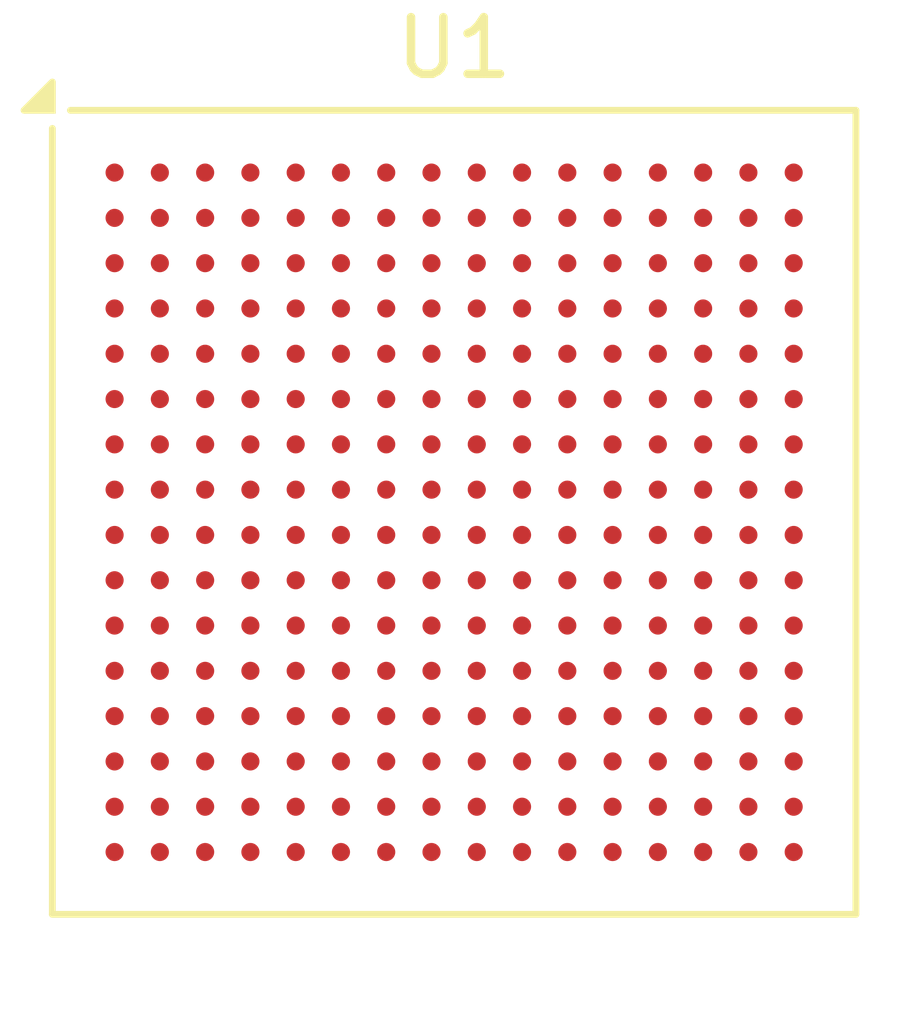
<source format=kicad_pcb>
(kicad_pcb (version 20240108) (generator "pcbnew") (generator_version "8.0")
  (layers (0 "F.Cu" signal) (31 "B.Cu" signal) (34 "B.Paste" user) (35 "F.Paste" user) (36 "B.SilkS" user "B.Silkscreen") (37 "F.SilkS" user "F.Silkscreen") (38 "B.Mask" user) (39 "F.Mask" user) (44 "Edge.Cuts" user))
  (net 0 "")
  (net 231 "GND")
  (net 232 "Net-(U1D-PR23B)")
  (net 233 "Net-(U1D-PR26B)")
  (footprint "Package_BGA:BGA-256_14.0x14.0mm_Layout16x16_P0.8mm_Ball0.45mm_Pad0.32mm_NSMD" (layer "F.Cu") (at 142.5 97.71)
    (property "Reference" "U1" (at 0 -8.2 0) (layer "F.SilkS"))
    (property "Value" "LFMXO5-25")
    (fp_line (start -7.1 -6.78) (end -7.1 7.1) (stroke (width 0.12)) (layer "F.SilkS"))
    (fp_line (start -7.1 7.1) (end 7.1 7.1) (stroke (width 0.12)) (layer "F.SilkS"))
    (fp_line (start 7.1 -7.1) (end -6.78 -7.1) (stroke (width 0.12)) (layer "F.SilkS"))
    (fp_line (start 7.1 7.1) (end 7.1 -7.1) (stroke (width 0.12)) (layer "F.SilkS"))
    (fp_poly (pts (xy -7.1 -7.1) (xy -7.6 -7.1) (xy -7.1 -7.6) (xy -7.1 -7.1)) (stroke (width 0.12)) (fill solid) (layer "F.SilkS"))
    (pad "A1" smd circle (at -6 -6) (size 0.32 0.32) (property pad_prop_bga) (layers "F.Cu" "F.Paste" "F.Mask") (net 231 "GND"))
    (pad "A2" smd circle (at -5.2 -6) (size 0.32 0.32) (property pad_prop_bga) (layers "F.Cu" "F.Paste" "F.Mask"))
    (pad "A3" smd circle (at -4.4 -6) (size 0.32 0.32) (property pad_prop_bga) (layers "F.Cu" "F.Paste" "F.Mask"))
    (pad "A4" smd circle (at -3.6 -6) (size 0.32 0.32) (property pad_prop_bga) (layers "F.Cu" "F.Paste" "F.Mask"))
    (pad "A5" smd circle (at -2.8 -6) (size 0.32 0.32) (property pad_prop_bga) (layers "F.Cu" "F.Paste" "F.Mask"))
    (pad "A6" smd circle (at -2 -6) (size 0.32 0.32) (property pad_prop_bga) (layers "F.Cu" "F.Paste" "F.Mask"))
    (pad "A7" smd circle (at -1.2 -6) (size 0.32 0.32) (property pad_prop_bga) (layers "F.Cu" "F.Paste" "F.Mask"))
    (pad "A8" smd circle (at -0.4 -6) (size 0.32 0.32) (property pad_prop_bga) (layers "F.Cu" "F.Paste" "F.Mask"))
    (pad "A9" smd circle (at 0.4 -6) (size 0.32 0.32) (property pad_prop_bga) (layers "F.Cu" "F.Paste" "F.Mask"))
    (pad "A10" smd circle (at 1.2 -6) (size 0.32 0.32) (property pad_prop_bga) (layers "F.Cu" "F.Paste" "F.Mask"))
    (pad "A11" smd circle (at 2 -6) (size 0.32 0.32) (property pad_prop_bga) (layers "F.Cu" "F.Paste" "F.Mask"))
    (pad "A12" smd circle (at 2.8 -6) (size 0.32 0.32) (property pad_prop_bga) (layers "F.Cu" "F.Paste" "F.Mask"))
    (pad "A13" smd circle (at 3.6 -6) (size 0.32 0.32) (property pad_prop_bga) (layers "F.Cu" "F.Paste" "F.Mask"))
    (pad "A14" smd circle (at 4.4 -6) (size 0.32 0.32) (property pad_prop_bga) (layers "F.Cu" "F.Paste" "F.Mask"))
    (pad "A15" smd circle (at 5.2 -6) (size 0.32 0.32) (property pad_prop_bga) (layers "F.Cu" "F.Paste" "F.Mask"))
    (pad "A16" smd circle (at 6 -6) (size 0.32 0.32) (property pad_prop_bga) (layers "F.Cu" "F.Paste" "F.Mask") (net 231 "GND"))
    (pad "B1" smd circle (at -6 -5.2) (size 0.32 0.32) (property pad_prop_bga) (layers "F.Cu" "F.Paste" "F.Mask"))
    (pad "B2" smd circle (at -5.2 -5.2) (size 0.32 0.32) (property pad_prop_bga) (layers "F.Cu" "F.Paste" "F.Mask"))
    (pad "B3" smd circle (at -4.4 -5.2) (size 0.32 0.32) (property pad_prop_bga) (layers "F.Cu" "F.Paste" "F.Mask"))
    (pad "B4" smd circle (at -3.6 -5.2) (size 0.32 0.32) (property pad_prop_bga) (layers "F.Cu" "F.Paste" "F.Mask"))
    (pad "B5" smd circle (at -2.8 -5.2) (size 0.32 0.32) (property pad_prop_bga) (layers "F.Cu" "F.Paste" "F.Mask"))
    (pad "B6" smd circle (at -2 -5.2) (size 0.32 0.32) (property pad_prop_bga) (layers "F.Cu" "F.Paste" "F.Mask"))
    (pad "B7" smd circle (at -1.2 -5.2) (size 0.32 0.32) (property pad_prop_bga) (layers "F.Cu" "F.Paste" "F.Mask"))
    (pad "B8" smd circle (at -0.4 -5.2) (size 0.32 0.32) (property pad_prop_bga) (layers "F.Cu" "F.Paste" "F.Mask"))
    (pad "B9" smd circle (at 0.4 -5.2) (size 0.32 0.32) (property pad_prop_bga) (layers "F.Cu" "F.Paste" "F.Mask"))
    (pad "B10" smd circle (at 1.2 -5.2) (size 0.32 0.32) (property pad_prop_bga) (layers "F.Cu" "F.Paste" "F.Mask"))
    (pad "B11" smd circle (at 2 -5.2) (size 0.32 0.32) (property pad_prop_bga) (layers "F.Cu" "F.Paste" "F.Mask"))
    (pad "B12" smd circle (at 2.8 -5.2) (size 0.32 0.32) (property pad_prop_bga) (layers "F.Cu" "F.Paste" "F.Mask"))
    (pad "B13" smd circle (at 3.6 -5.2) (size 0.32 0.32) (property pad_prop_bga) (layers "F.Cu" "F.Paste" "F.Mask"))
    (pad "B14" smd circle (at 4.4 -5.2) (size 0.32 0.32) (property pad_prop_bga) (layers "F.Cu" "F.Paste" "F.Mask"))
    (pad "B15" smd circle (at 5.2 -5.2) (size 0.32 0.32) (property pad_prop_bga) (layers "F.Cu" "F.Paste" "F.Mask"))
    (pad "B16" smd circle (at 6 -5.2) (size 0.32 0.32) (property pad_prop_bga) (layers "F.Cu" "F.Paste" "F.Mask"))
    (pad "C1" smd circle (at -6 -4.4) (size 0.32 0.32) (property pad_prop_bga) (layers "F.Cu" "F.Paste" "F.Mask"))
    (pad "C2" smd circle (at -5.2 -4.4) (size 0.32 0.32) (property pad_prop_bga) (layers "F.Cu" "F.Paste" "F.Mask"))
    (pad "C3" smd circle (at -4.4 -4.4) (size 0.32 0.32) (property pad_prop_bga) (layers "F.Cu" "F.Paste" "F.Mask"))
    (pad "C4" smd circle (at -3.6 -4.4) (size 0.32 0.32) (property pad_prop_bga) (layers "F.Cu" "F.Paste" "F.Mask"))
    (pad "C5" smd circle (at -2.8 -4.4) (size 0.32 0.32) (property pad_prop_bga) (layers "F.Cu" "F.Paste" "F.Mask"))
    (pad "C6" smd circle (at -2 -4.4) (size 0.32 0.32) (property pad_prop_bga) (layers "F.Cu" "F.Paste" "F.Mask"))
    (pad "C7" smd circle (at -1.2 -4.4) (size 0.32 0.32) (property pad_prop_bga) (layers "F.Cu" "F.Paste" "F.Mask"))
    (pad "C8" smd circle (at -0.4 -4.4) (size 0.32 0.32) (property pad_prop_bga) (layers "F.Cu" "F.Paste" "F.Mask"))
    (pad "C9" smd circle (at 0.4 -4.4) (size 0.32 0.32) (property pad_prop_bga) (layers "F.Cu" "F.Paste" "F.Mask"))
    (pad "C10" smd circle (at 1.2 -4.4) (size 0.32 0.32) (property pad_prop_bga) (layers "F.Cu" "F.Paste" "F.Mask"))
    (pad "C11" smd circle (at 2 -4.4) (size 0.32 0.32) (property pad_prop_bga) (layers "F.Cu" "F.Paste" "F.Mask"))
    (pad "C12" smd circle (at 2.8 -4.4) (size 0.32 0.32) (property pad_prop_bga) (layers "F.Cu" "F.Paste" "F.Mask"))
    (pad "C13" smd circle (at 3.6 -4.4) (size 0.32 0.32) (property pad_prop_bga) (layers "F.Cu" "F.Paste" "F.Mask"))
    (pad "C14" smd circle (at 4.4 -4.4) (size 0.32 0.32) (property pad_prop_bga) (layers "F.Cu" "F.Paste" "F.Mask"))
    (pad "C15" smd circle (at 5.2 -4.4) (size 0.32 0.32) (property pad_prop_bga) (layers "F.Cu" "F.Paste" "F.Mask"))
    (pad "C16" smd circle (at 6 -4.4) (size 0.32 0.32) (property pad_prop_bga) (layers "F.Cu" "F.Paste" "F.Mask"))
    (pad "D1" smd circle (at -6 -3.6) (size 0.32 0.32) (property pad_prop_bga) (layers "F.Cu" "F.Paste" "F.Mask"))
    (pad "D2" smd circle (at -5.2 -3.6) (size 0.32 0.32) (property pad_prop_bga) (layers "F.Cu" "F.Paste" "F.Mask"))
    (pad "D3" smd circle (at -4.4 -3.6) (size 0.32 0.32) (property pad_prop_bga) (layers "F.Cu" "F.Paste" "F.Mask"))
    (pad "D4" smd circle (at -3.6 -3.6) (size 0.32 0.32) (property pad_prop_bga) (layers "F.Cu" "F.Paste" "F.Mask") (net 231 "GND"))
    (pad "D5" smd circle (at -2.8 -3.6) (size 0.32 0.32) (property pad_prop_bga) (layers "F.Cu" "F.Paste" "F.Mask"))
    (pad "D6" smd circle (at -2 -3.6) (size 0.32 0.32) (property pad_prop_bga) (layers "F.Cu" "F.Paste" "F.Mask"))
    (pad "D7" smd circle (at -1.2 -3.6) (size 0.32 0.32) (property pad_prop_bga) (layers "F.Cu" "F.Paste" "F.Mask") (net 231 "GND"))
    (pad "D8" smd circle (at -0.4 -3.6) (size 0.32 0.32) (property pad_prop_bga) (layers "F.Cu" "F.Paste" "F.Mask"))
    (pad "D9" smd circle (at 0.4 -3.6) (size 0.32 0.32) (property pad_prop_bga) (layers "F.Cu" "F.Paste" "F.Mask"))
    (pad "D10" smd circle (at 1.2 -3.6) (size 0.32 0.32) (property pad_prop_bga) (layers "F.Cu" "F.Paste" "F.Mask") (net 231 "GND"))
    (pad "D11" smd circle (at 2 -3.6) (size 0.32 0.32) (property pad_prop_bga) (layers "F.Cu" "F.Paste" "F.Mask"))
    (pad "D12" smd circle (at 2.8 -3.6) (size 0.32 0.32) (property pad_prop_bga) (layers "F.Cu" "F.Paste" "F.Mask"))
    (pad "D13" smd circle (at 3.6 -3.6) (size 0.32 0.32) (property pad_prop_bga) (layers "F.Cu" "F.Paste" "F.Mask") (net 231 "GND"))
    (pad "D14" smd circle (at 4.4 -3.6) (size 0.32 0.32) (property pad_prop_bga) (layers "F.Cu" "F.Paste" "F.Mask"))
    (pad "D15" smd circle (at 5.2 -3.6) (size 0.32 0.32) (property pad_prop_bga) (layers "F.Cu" "F.Paste" "F.Mask"))
    (pad "D16" smd circle (at 6 -3.6) (size 0.32 0.32) (property pad_prop_bga) (layers "F.Cu" "F.Paste" "F.Mask"))
    (pad "E1" smd circle (at -6 -2.8) (size 0.32 0.32) (property pad_prop_bga) (layers "F.Cu" "F.Paste" "F.Mask"))
    (pad "E2" smd circle (at -5.2 -2.8) (size 0.32 0.32) (property pad_prop_bga) (layers "F.Cu" "F.Paste" "F.Mask"))
    (pad "E3" smd circle (at -4.4 -2.8) (size 0.32 0.32) (property pad_prop_bga) (layers "F.Cu" "F.Paste" "F.Mask"))
    (pad "E4" smd circle (at -3.6 -2.8) (size 0.32 0.32) (property pad_prop_bga) (layers "F.Cu" "F.Paste" "F.Mask"))
    (pad "E5" smd circle (at -2.8 -2.8) (size 0.32 0.32) (property pad_prop_bga) (layers "F.Cu" "F.Paste" "F.Mask"))
    (pad "E6" smd circle (at -2 -2.8) (size 0.32 0.32) (property pad_prop_bga) (layers "F.Cu" "F.Paste" "F.Mask"))
    (pad "E7" smd circle (at -1.2 -2.8) (size 0.32 0.32) (property pad_prop_bga) (layers "F.Cu" "F.Paste" "F.Mask"))
    (pad "E8" smd circle (at -0.4 -2.8) (size 0.32 0.32) (property pad_prop_bga) (layers "F.Cu" "F.Paste" "F.Mask"))
    (pad "E9" smd circle (at 0.4 -2.8) (size 0.32 0.32) (property pad_prop_bga) (layers "F.Cu" "F.Paste" "F.Mask"))
    (pad "E10" smd circle (at 1.2 -2.8) (size 0.32 0.32) (property pad_prop_bga) (layers "F.Cu" "F.Paste" "F.Mask"))
    (pad "E11" smd circle (at 2 -2.8) (size 0.32 0.32) (property pad_prop_bga) (layers "F.Cu" "F.Paste" "F.Mask"))
    (pad "E12" smd circle (at 2.8 -2.8) (size 0.32 0.32) (property pad_prop_bga) (layers "F.Cu" "F.Paste" "F.Mask"))
    (pad "E13" smd circle (at 3.6 -2.8) (size 0.32 0.32) (property pad_prop_bga) (layers "F.Cu" "F.Paste" "F.Mask"))
    (pad "E14" smd circle (at 4.4 -2.8) (size 0.32 0.32) (property pad_prop_bga) (layers "F.Cu" "F.Paste" "F.Mask"))
    (pad "E15" smd circle (at 5.2 -2.8) (size 0.32 0.32) (property pad_prop_bga) (layers "F.Cu" "F.Paste" "F.Mask"))
    (pad "E16" smd circle (at 6 -2.8) (size 0.32 0.32) (property pad_prop_bga) (layers "F.Cu" "F.Paste" "F.Mask"))
    (pad "F1" smd circle (at -6 -2) (size 0.32 0.32) (property pad_prop_bga) (layers "F.Cu" "F.Paste" "F.Mask"))
    (pad "F2" smd circle (at -5.2 -2) (size 0.32 0.32) (property pad_prop_bga) (layers "F.Cu" "F.Paste" "F.Mask"))
    (pad "F3" smd circle (at -4.4 -2) (size 0.32 0.32) (property pad_prop_bga) (layers "F.Cu" "F.Paste" "F.Mask") (net 231 "GND"))
    (pad "F4" smd circle (at -3.6 -2) (size 0.32 0.32) (property pad_prop_bga) (layers "F.Cu" "F.Paste" "F.Mask"))
    (pad "F5" smd circle (at -2.8 -2) (size 0.32 0.32) (property pad_prop_bga) (layers "F.Cu" "F.Paste" "F.Mask"))
    (pad "F6" smd circle (at -2 -2) (size 0.32 0.32) (property pad_prop_bga) (layers "F.Cu" "F.Paste" "F.Mask"))
    (pad "F7" smd circle (at -1.2 -2) (size 0.32 0.32) (property pad_prop_bga) (layers "F.Cu" "F.Paste" "F.Mask"))
    (pad "F8" smd circle (at -0.4 -2) (size 0.32 0.32) (property pad_prop_bga) (layers "F.Cu" "F.Paste" "F.Mask"))
    (pad "F9" smd circle (at 0.4 -2) (size 0.32 0.32) (property pad_prop_bga) (layers "F.Cu" "F.Paste" "F.Mask"))
    (pad "F10" smd circle (at 1.2 -2) (size 0.32 0.32) (property pad_prop_bga) (layers "F.Cu" "F.Paste" "F.Mask"))
    (pad "F11" smd circle (at 2 -2) (size 0.32 0.32) (property pad_prop_bga) (layers "F.Cu" "F.Paste" "F.Mask"))
    (pad "F12" smd circle (at 2.8 -2) (size 0.32 0.32) (property pad_prop_bga) (layers "F.Cu" "F.Paste" "F.Mask"))
    (pad "F13" smd circle (at 3.6 -2) (size 0.32 0.32) (property pad_prop_bga) (layers "F.Cu" "F.Paste" "F.Mask"))
    (pad "F14" smd circle (at 4.4 -2) (size 0.32 0.32) (property pad_prop_bga) (layers "F.Cu" "F.Paste" "F.Mask") (net 231 "GND"))
    (pad "F15" smd circle (at 5.2 -2) (size 0.32 0.32) (property pad_prop_bga) (layers "F.Cu" "F.Paste" "F.Mask"))
    (pad "F16" smd circle (at 6 -2) (size 0.32 0.32) (property pad_prop_bga) (layers "F.Cu" "F.Paste" "F.Mask"))
    (pad "G1" smd circle (at -6 -1.2) (size 0.32 0.32) (property pad_prop_bga) (layers "F.Cu" "F.Paste" "F.Mask"))
    (pad "G2" smd circle (at -5.2 -1.2) (size 0.32 0.32) (property pad_prop_bga) (layers "F.Cu" "F.Paste" "F.Mask"))
    (pad "G3" smd circle (at -4.4 -1.2) (size 0.32 0.32) (property pad_prop_bga) (layers "F.Cu" "F.Paste" "F.Mask"))
    (pad "G4" smd circle (at -3.6 -1.2) (size 0.32 0.32) (property pad_prop_bga) (layers "F.Cu" "F.Paste" "F.Mask") (net 231 "GND"))
    (pad "G5" smd circle (at -2.8 -1.2) (size 0.32 0.32) (property pad_prop_bga) (layers "F.Cu" "F.Paste" "F.Mask"))
    (pad "G6" smd circle (at -2 -1.2) (size 0.32 0.32) (property pad_prop_bga) (layers "F.Cu" "F.Paste" "F.Mask"))
    (pad "G7" smd circle (at -1.2 -1.2) (size 0.32 0.32) (property pad_prop_bga) (layers "F.Cu" "F.Paste" "F.Mask"))
    (pad "G8" smd circle (at -0.4 -1.2) (size 0.32 0.32) (property pad_prop_bga) (layers "F.Cu" "F.Paste" "F.Mask"))
    (pad "G9" smd circle (at 0.4 -1.2) (size 0.32 0.32) (property pad_prop_bga) (layers "F.Cu" "F.Paste" "F.Mask"))
    (pad "G10" smd circle (at 1.2 -1.2) (size 0.32 0.32) (property pad_prop_bga) (layers "F.Cu" "F.Paste" "F.Mask"))
    (pad "G11" smd circle (at 2 -1.2) (size 0.32 0.32) (property pad_prop_bga) (layers "F.Cu" "F.Paste" "F.Mask"))
    (pad "G12" smd circle (at 2.8 -1.2) (size 0.32 0.32) (property pad_prop_bga) (layers "F.Cu" "F.Paste" "F.Mask"))
    (pad "G13" smd circle (at 3.6 -1.2) (size 0.32 0.32) (property pad_prop_bga) (layers "F.Cu" "F.Paste" "F.Mask"))
    (pad "G14" smd circle (at 4.4 -1.2) (size 0.32 0.32) (property pad_prop_bga) (layers "F.Cu" "F.Paste" "F.Mask"))
    (pad "G15" smd circle (at 5.2 -1.2) (size 0.32 0.32) (property pad_prop_bga) (layers "F.Cu" "F.Paste" "F.Mask") (net 231 "GND"))
    (pad "G16" smd circle (at 6 -1.2) (size 0.32 0.32) (property pad_prop_bga) (layers "F.Cu" "F.Paste" "F.Mask"))
    (pad "H1" smd circle (at -6 -0.4) (size 0.32 0.32) (property pad_prop_bga) (layers "F.Cu" "F.Paste" "F.Mask"))
    (pad "H2" smd circle (at -5.2 -0.4) (size 0.32 0.32) (property pad_prop_bga) (layers "F.Cu" "F.Paste" "F.Mask"))
    (pad "H3" smd circle (at -4.4 -0.4) (size 0.32 0.32) (property pad_prop_bga) (layers "F.Cu" "F.Paste" "F.Mask"))
    (pad "H4" smd circle (at -3.6 -0.4) (size 0.32 0.32) (property pad_prop_bga) (layers "F.Cu" "F.Paste" "F.Mask"))
    (pad "H5" smd circle (at -2.8 -0.4) (size 0.32 0.32) (property pad_prop_bga) (layers "F.Cu" "F.Paste" "F.Mask"))
    (pad "H6" smd circle (at -2 -0.4) (size 0.32 0.32) (property pad_prop_bga) (layers "F.Cu" "F.Paste" "F.Mask"))
    (pad "H7" smd circle (at -1.2 -0.4) (size 0.32 0.32) (property pad_prop_bga) (layers "F.Cu" "F.Paste" "F.Mask"))
    (pad "H8" smd circle (at -0.4 -0.4) (size 0.32 0.32) (property pad_prop_bga) (layers "F.Cu" "F.Paste" "F.Mask") (net 231 "GND"))
    (pad "H9" smd circle (at 0.4 -0.4) (size 0.32 0.32) (property pad_prop_bga) (layers "F.Cu" "F.Paste" "F.Mask"))
    (pad "H10" smd circle (at 1.2 -0.4) (size 0.32 0.32) (property pad_prop_bga) (layers "F.Cu" "F.Paste" "F.Mask"))
    (pad "H11" smd circle (at 2 -0.4) (size 0.32 0.32) (property pad_prop_bga) (layers "F.Cu" "F.Paste" "F.Mask"))
    (pad "H12" smd circle (at 2.8 -0.4) (size 0.32 0.32) (property pad_prop_bga) (layers "F.Cu" "F.Paste" "F.Mask"))
    (pad "H13" smd circle (at 3.6 -0.4) (size 0.32 0.32) (property pad_prop_bga) (layers "F.Cu" "F.Paste" "F.Mask"))
    (pad "H14" smd circle (at 4.4 -0.4) (size 0.32 0.32) (property pad_prop_bga) (layers "F.Cu" "F.Paste" "F.Mask"))
    (pad "H15" smd circle (at 5.2 -0.4) (size 0.32 0.32) (property pad_prop_bga) (layers "F.Cu" "F.Paste" "F.Mask"))
    (pad "H16" smd circle (at 6 -0.4) (size 0.32 0.32) (property pad_prop_bga) (layers "F.Cu" "F.Paste" "F.Mask"))
    (pad "J1" smd circle (at -6 0.4) (size 0.32 0.32) (property pad_prop_bga) (layers "F.Cu" "F.Paste" "F.Mask"))
    (pad "J2" smd circle (at -5.2 0.4) (size 0.32 0.32) (property pad_prop_bga) (layers "F.Cu" "F.Paste" "F.Mask"))
    (pad "J3" smd circle (at -4.4 0.4) (size 0.32 0.32) (property pad_prop_bga) (layers "F.Cu" "F.Paste" "F.Mask"))
    (pad "J4" smd circle (at -3.6 0.4) (size 0.32 0.32) (property pad_prop_bga) (layers "F.Cu" "F.Paste" "F.Mask"))
    (pad "J5" smd circle (at -2.8 0.4) (size 0.32 0.32) (property pad_prop_bga) (layers "F.Cu" "F.Paste" "F.Mask"))
    (pad "J6" smd circle (at -2 0.4) (size 0.32 0.32) (property pad_prop_bga) (layers "F.Cu" "F.Paste" "F.Mask"))
    (pad "J7" smd circle (at -1.2 0.4) (size 0.32 0.32) (property pad_prop_bga) (layers "F.Cu" "F.Paste" "F.Mask") (net 231 "GND"))
    (pad "J8" smd circle (at -0.4 0.4) (size 0.32 0.32) (property pad_prop_bga) (layers "F.Cu" "F.Paste" "F.Mask") (net 231 "GND"))
    (pad "J9" smd circle (at 0.4 0.4) (size 0.32 0.32) (property pad_prop_bga) (layers "F.Cu" "F.Paste" "F.Mask"))
    (pad "J10" smd circle (at 1.2 0.4) (size 0.32 0.32) (property pad_prop_bga) (layers "F.Cu" "F.Paste" "F.Mask") (net 233 "Net-(U1D-PR26B)"))
    (pad "J11" smd circle (at 2 0.4) (size 0.32 0.32) (property pad_prop_bga) (layers "F.Cu" "F.Paste" "F.Mask"))
    (pad "J12" smd circle (at 2.8 0.4) (size 0.32 0.32) (property pad_prop_bga) (layers "F.Cu" "F.Paste" "F.Mask"))
    (pad "J13" smd circle (at 3.6 0.4) (size 0.32 0.32) (property pad_prop_bga) (layers "F.Cu" "F.Paste" "F.Mask") (net 232 "Net-(U1D-PR23B)"))
    (pad "J14" smd circle (at 4.4 0.4) (size 0.32 0.32) (property pad_prop_bga) (layers "F.Cu" "F.Paste" "F.Mask"))
    (pad "J15" smd circle (at 5.2 0.4) (size 0.32 0.32) (property pad_prop_bga) (layers "F.Cu" "F.Paste" "F.Mask"))
    (pad "J16" smd circle (at 6 0.4) (size 0.32 0.32) (property pad_prop_bga) (layers "F.Cu" "F.Paste" "F.Mask") (net 232 "Net-(U1D-PR23B)"))
    (pad "K1" smd circle (at -6 1.2) (size 0.32 0.32) (property pad_prop_bga) (layers "F.Cu" "F.Paste" "F.Mask"))
    (pad "K2" smd circle (at -5.2 1.2) (size 0.32 0.32) (property pad_prop_bga) (layers "F.Cu" "F.Paste" "F.Mask"))
    (pad "K3" smd circle (at -4.4 1.2) (size 0.32 0.32) (property pad_prop_bga) (layers "F.Cu" "F.Paste" "F.Mask"))
    (pad "K4" smd circle (at -3.6 1.2) (size 0.32 0.32) (property pad_prop_bga) (layers "F.Cu" "F.Paste" "F.Mask") (net 231 "GND"))
    (pad "K5" smd circle (at -2.8 1.2) (size 0.32 0.32) (property pad_prop_bga) (layers "F.Cu" "F.Paste" "F.Mask"))
    (pad "K6" smd circle (at -2 1.2) (size 0.32 0.32) (property pad_prop_bga) (layers "F.Cu" "F.Paste" "F.Mask"))
    (pad "K7" smd circle (at -1.2 1.2) (size 0.32 0.32) (property pad_prop_bga) (layers "F.Cu" "F.Paste" "F.Mask"))
    (pad "K8" smd circle (at -0.4 1.2) (size 0.32 0.32) (property pad_prop_bga) (layers "F.Cu" "F.Paste" "F.Mask"))
    (pad "K9" smd circle (at 0.4 1.2) (size 0.32 0.32) (property pad_prop_bga) (layers "F.Cu" "F.Paste" "F.Mask"))
    (pad "K10" smd circle (at 1.2 1.2) (size 0.32 0.32) (property pad_prop_bga) (layers "F.Cu" "F.Paste" "F.Mask"))
    (pad "K11" smd circle (at 2 1.2) (size 0.32 0.32) (property pad_prop_bga) (layers "F.Cu" "F.Paste" "F.Mask") (net 233 "Net-(U1D-PR26B)"))
    (pad "K12" smd circle (at 2.8 1.2) (size 0.32 0.32) (property pad_prop_bga) (layers "F.Cu" "F.Paste" "F.Mask"))
    (pad "K13" smd circle (at 3.6 1.2) (size 0.32 0.32) (property pad_prop_bga) (layers "F.Cu" "F.Paste" "F.Mask") (net 231 "GND"))
    (pad "K14" smd circle (at 4.4 1.2) (size 0.32 0.32) (property pad_prop_bga) (layers "F.Cu" "F.Paste" "F.Mask"))
    (pad "K15" smd circle (at 5.2 1.2) (size 0.32 0.32) (property pad_prop_bga) (layers "F.Cu" "F.Paste" "F.Mask"))
    (pad "K16" smd circle (at 6 1.2) (size 0.32 0.32) (property pad_prop_bga) (layers "F.Cu" "F.Paste" "F.Mask"))
    (pad "L1" smd circle (at -6 2) (size 0.32 0.32) (property pad_prop_bga) (layers "F.Cu" "F.Paste" "F.Mask"))
    (pad "L2" smd circle (at -5.2 2) (size 0.32 0.32) (property pad_prop_bga) (layers "F.Cu" "F.Paste" "F.Mask"))
    (pad "L3" smd circle (at -4.4 2) (size 0.32 0.32) (property pad_prop_bga) (layers "F.Cu" "F.Paste" "F.Mask"))
    (pad "L4" smd circle (at -3.6 2) (size 0.32 0.32) (property pad_prop_bga) (layers "F.Cu" "F.Paste" "F.Mask"))
    (pad "L5" smd circle (at -2.8 2) (size 0.32 0.32) (property pad_prop_bga) (layers "F.Cu" "F.Paste" "F.Mask"))
    (pad "L6" smd circle (at -2 2) (size 0.32 0.32) (property pad_prop_bga) (layers "F.Cu" "F.Paste" "F.Mask"))
    (pad "L7" smd circle (at -1.2 2) (size 0.32 0.32) (property pad_prop_bga) (layers "F.Cu" "F.Paste" "F.Mask"))
    (pad "L8" smd circle (at -0.4 2) (size 0.32 0.32) (property pad_prop_bga) (layers "F.Cu" "F.Paste" "F.Mask"))
    (pad "L9" smd circle (at 0.4 2) (size 0.32 0.32) (property pad_prop_bga) (layers "F.Cu" "F.Paste" "F.Mask"))
    (pad "L10" smd circle (at 1.2 2) (size 0.32 0.32) (property pad_prop_bga) (layers "F.Cu" "F.Paste" "F.Mask"))
    (pad "L11" smd circle (at 2 2) (size 0.32 0.32) (property pad_prop_bga) (layers "F.Cu" "F.Paste" "F.Mask"))
    (pad "L12" smd circle (at 2.8 2) (size 0.32 0.32) (property pad_prop_bga) (layers "F.Cu" "F.Paste" "F.Mask"))
    (pad "L13" smd circle (at 3.6 2) (size 0.32 0.32) (property pad_prop_bga) (layers "F.Cu" "F.Paste" "F.Mask"))
    (pad "L14" smd circle (at 4.4 2) (size 0.32 0.32) (property pad_prop_bga) (layers "F.Cu" "F.Paste" "F.Mask"))
    (pad "L15" smd circle (at 5.2 2) (size 0.32 0.32) (property pad_prop_bga) (layers "F.Cu" "F.Paste" "F.Mask"))
    (pad "L16" smd circle (at 6 2) (size 0.32 0.32) (property pad_prop_bga) (layers "F.Cu" "F.Paste" "F.Mask"))
    (pad "M1" smd circle (at -6 2.8) (size 0.32 0.32) (property pad_prop_bga) (layers "F.Cu" "F.Paste" "F.Mask"))
    (pad "M2" smd circle (at -5.2 2.8) (size 0.32 0.32) (property pad_prop_bga) (layers "F.Cu" "F.Paste" "F.Mask"))
    (pad "M3" smd circle (at -4.4 2.8) (size 0.32 0.32) (property pad_prop_bga) (layers "F.Cu" "F.Paste" "F.Mask"))
    (pad "M4" smd circle (at -3.6 2.8) (size 0.32 0.32) (property pad_prop_bga) (layers "F.Cu" "F.Paste" "F.Mask"))
    (pad "M5" smd circle (at -2.8 2.8) (size 0.32 0.32) (property pad_prop_bga) (layers "F.Cu" "F.Paste" "F.Mask"))
    (pad "M6" smd circle (at -2 2.8) (size 0.32 0.32) (property pad_prop_bga) (layers "F.Cu" "F.Paste" "F.Mask"))
    (pad "M7" smd circle (at -1.2 2.8) (size 0.32 0.32) (property pad_prop_bga) (layers "F.Cu" "F.Paste" "F.Mask"))
    (pad "M8" smd circle (at -0.4 2.8) (size 0.32 0.32) (property pad_prop_bga) (layers "F.Cu" "F.Paste" "F.Mask"))
    (pad "M9" smd circle (at 0.4 2.8) (size 0.32 0.32) (property pad_prop_bga) (layers "F.Cu" "F.Paste" "F.Mask"))
    (pad "M10" smd circle (at 1.2 2.8) (size 0.32 0.32) (property pad_prop_bga) (layers "F.Cu" "F.Paste" "F.Mask"))
    (pad "M11" smd circle (at 2 2.8) (size 0.32 0.32) (property pad_prop_bga) (layers "F.Cu" "F.Paste" "F.Mask"))
    (pad "M12" smd circle (at 2.8 2.8) (size 0.32 0.32) (property pad_prop_bga) (layers "F.Cu" "F.Paste" "F.Mask"))
    (pad "M13" smd circle (at 3.6 2.8) (size 0.32 0.32) (property pad_prop_bga) (layers "F.Cu" "F.Paste" "F.Mask"))
    (pad "M14" smd circle (at 4.4 2.8) (size 0.32 0.32) (property pad_prop_bga) (layers "F.Cu" "F.Paste" "F.Mask"))
    (pad "M15" smd circle (at 5.2 2.8) (size 0.32 0.32) (property pad_prop_bga) (layers "F.Cu" "F.Paste" "F.Mask"))
    (pad "M16" smd circle (at 6 2.8) (size 0.32 0.32) (property pad_prop_bga) (layers "F.Cu" "F.Paste" "F.Mask"))
    (pad "N1" smd circle (at -6 3.6) (size 0.32 0.32) (property pad_prop_bga) (layers "F.Cu" "F.Paste" "F.Mask"))
    (pad "N2" smd circle (at -5.2 3.6) (size 0.32 0.32) (property pad_prop_bga) (layers "F.Cu" "F.Paste" "F.Mask"))
    (pad "N3" smd circle (at -4.4 3.6) (size 0.32 0.32) (property pad_prop_bga) (layers "F.Cu" "F.Paste" "F.Mask"))
    (pad "N4" smd circle (at -3.6 3.6) (size 0.32 0.32) (property pad_prop_bga) (layers "F.Cu" "F.Paste" "F.Mask") (net 231 "GND"))
    (pad "N5" smd circle (at -2.8 3.6) (size 0.32 0.32) (property pad_prop_bga) (layers "F.Cu" "F.Paste" "F.Mask"))
    (pad "N6" smd circle (at -2 3.6) (size 0.32 0.32) (property pad_prop_bga) (layers "F.Cu" "F.Paste" "F.Mask") (net 231 "GND"))
    (pad "N7" smd circle (at -1.2 3.6) (size 0.32 0.32) (property pad_prop_bga) (layers "F.Cu" "F.Paste" "F.Mask"))
    (pad "N8" smd circle (at -0.4 3.6) (size 0.32 0.32) (property pad_prop_bga) (layers "F.Cu" "F.Paste" "F.Mask"))
    (pad "N9" smd circle (at 0.4 3.6) (size 0.32 0.32) (property pad_prop_bga) (layers "F.Cu" "F.Paste" "F.Mask"))
    (pad "N10" smd circle (at 1.2 3.6) (size 0.32 0.32) (property pad_prop_bga) (layers "F.Cu" "F.Paste" "F.Mask") (net 231 "GND"))
    (pad "N11" smd circle (at 2 3.6) (size 0.32 0.32) (property pad_prop_bga) (layers "F.Cu" "F.Paste" "F.Mask"))
    (pad "N12" smd circle (at 2.8 3.6) (size 0.32 0.32) (property pad_prop_bga) (layers "F.Cu" "F.Paste" "F.Mask") (net 231 "GND"))
    (pad "N13" smd circle (at 3.6 3.6) (size 0.32 0.32) (property pad_prop_bga) (layers "F.Cu" "F.Paste" "F.Mask"))
    (pad "N14" smd circle (at 4.4 3.6) (size 0.32 0.32) (property pad_prop_bga) (layers "F.Cu" "F.Paste" "F.Mask"))
    (pad "N15" smd circle (at 5.2 3.6) (size 0.32 0.32) (property pad_prop_bga) (layers "F.Cu" "F.Paste" "F.Mask"))
    (pad "N16" smd circle (at 6 3.6) (size 0.32 0.32) (property pad_prop_bga) (layers "F.Cu" "F.Paste" "F.Mask"))
    (pad "P1" smd circle (at -6 4.4) (size 0.32 0.32) (property pad_prop_bga) (layers "F.Cu" "F.Paste" "F.Mask"))
    (pad "P2" smd circle (at -5.2 4.4) (size 0.32 0.32) (property pad_prop_bga) (layers "F.Cu" "F.Paste" "F.Mask"))
    (pad "P3" smd circle (at -4.4 4.4) (size 0.32 0.32) (property pad_prop_bga) (layers "F.Cu" "F.Paste" "F.Mask"))
    (pad "P4" smd circle (at -3.6 4.4) (size 0.32 0.32) (property pad_prop_bga) (layers "F.Cu" "F.Paste" "F.Mask"))
    (pad "P5" smd circle (at -2.8 4.4) (size 0.32 0.32) (property pad_prop_bga) (layers "F.Cu" "F.Paste" "F.Mask"))
    (pad "P6" smd circle (at -2 4.4) (size 0.32 0.32) (property pad_prop_bga) (layers "F.Cu" "F.Paste" "F.Mask"))
    (pad "P7" smd circle (at -1.2 4.4) (size 0.32 0.32) (property pad_prop_bga) (layers "F.Cu" "F.Paste" "F.Mask") (net 231 "GND"))
    (pad "P8" smd circle (at -0.4 4.4) (size 0.32 0.32) (property pad_prop_bga) (layers "F.Cu" "F.Paste" "F.Mask"))
    (pad "P9" smd circle (at 0.4 4.4) (size 0.32 0.32) (property pad_prop_bga) (layers "F.Cu" "F.Paste" "F.Mask"))
    (pad "P10" smd circle (at 1.2 4.4) (size 0.32 0.32) (property pad_prop_bga) (layers "F.Cu" "F.Paste" "F.Mask"))
    (pad "P11" smd circle (at 2 4.4) (size 0.32 0.32) (property pad_prop_bga) (layers "F.Cu" "F.Paste" "F.Mask"))
    (pad "P12" smd circle (at 2.8 4.4) (size 0.32 0.32) (property pad_prop_bga) (layers "F.Cu" "F.Paste" "F.Mask"))
    (pad "P13" smd circle (at 3.6 4.4) (size 0.32 0.32) (property pad_prop_bga) (layers "F.Cu" "F.Paste" "F.Mask"))
    (pad "P14" smd circle (at 4.4 4.4) (size 0.32 0.32) (property pad_prop_bga) (layers "F.Cu" "F.Paste" "F.Mask"))
    (pad "P15" smd circle (at 5.2 4.4) (size 0.32 0.32) (property pad_prop_bga) (layers "F.Cu" "F.Paste" "F.Mask"))
    (pad "P16" smd circle (at 6 4.4) (size 0.32 0.32) (property pad_prop_bga) (layers "F.Cu" "F.Paste" "F.Mask"))
    (pad "R1" smd circle (at -6 5.2) (size 0.32 0.32) (property pad_prop_bga) (layers "F.Cu" "F.Paste" "F.Mask"))
    (pad "R2" smd circle (at -5.2 5.2) (size 0.32 0.32) (property pad_prop_bga) (layers "F.Cu" "F.Paste" "F.Mask"))
    (pad "R3" smd circle (at -4.4 5.2) (size 0.32 0.32) (property pad_prop_bga) (layers "F.Cu" "F.Paste" "F.Mask"))
    (pad "R4" smd circle (at -3.6 5.2) (size 0.32 0.32) (property pad_prop_bga) (layers "F.Cu" "F.Paste" "F.Mask"))
    (pad "R5" smd circle (at -2.8 5.2) (size 0.32 0.32) (property pad_prop_bga) (layers "F.Cu" "F.Paste" "F.Mask"))
    (pad "R6" smd circle (at -2 5.2) (size 0.32 0.32) (property pad_prop_bga) (layers "F.Cu" "F.Paste" "F.Mask"))
    (pad "R7" smd circle (at -1.2 5.2) (size 0.32 0.32) (property pad_prop_bga) (layers "F.Cu" "F.Paste" "F.Mask"))
    (pad "R8" smd circle (at -0.4 5.2) (size 0.32 0.32) (property pad_prop_bga) (layers "F.Cu" "F.Paste" "F.Mask"))
    (pad "R9" smd circle (at 0.4 5.2) (size 0.32 0.32) (property pad_prop_bga) (layers "F.Cu" "F.Paste" "F.Mask"))
    (pad "R10" smd circle (at 1.2 5.2) (size 0.32 0.32) (property pad_prop_bga) (layers "F.Cu" "F.Paste" "F.Mask"))
    (pad "R11" smd circle (at 2 5.2) (size 0.32 0.32) (property pad_prop_bga) (layers "F.Cu" "F.Paste" "F.Mask"))
    (pad "R12" smd circle (at 2.8 5.2) (size 0.32 0.32) (property pad_prop_bga) (layers "F.Cu" "F.Paste" "F.Mask"))
    (pad "R13" smd circle (at 3.6 5.2) (size 0.32 0.32) (property pad_prop_bga) (layers "F.Cu" "F.Paste" "F.Mask"))
    (pad "R14" smd circle (at 4.4 5.2) (size 0.32 0.32) (property pad_prop_bga) (layers "F.Cu" "F.Paste" "F.Mask"))
    (pad "R15" smd circle (at 5.2 5.2) (size 0.32 0.32) (property pad_prop_bga) (layers "F.Cu" "F.Paste" "F.Mask"))
    (pad "R16" smd circle (at 6 5.2) (size 0.32 0.32) (property pad_prop_bga) (layers "F.Cu" "F.Paste" "F.Mask"))
    (pad "T1" smd circle (at -6 6) (size 0.32 0.32) (property pad_prop_bga) (layers "F.Cu" "F.Paste" "F.Mask") (net 231 "GND"))
    (pad "T2" smd circle (at -5.2 6) (size 0.32 0.32) (property pad_prop_bga) (layers "F.Cu" "F.Paste" "F.Mask"))
    (pad "T3" smd circle (at -4.4 6) (size 0.32 0.32) (property pad_prop_bga) (layers "F.Cu" "F.Paste" "F.Mask"))
    (pad "T4" smd circle (at -3.6 6) (size 0.32 0.32) (property pad_prop_bga) (layers "F.Cu" "F.Paste" "F.Mask"))
    (pad "T5" smd circle (at -2.8 6) (size 0.32 0.32) (property pad_prop_bga) (layers "F.Cu" "F.Paste" "F.Mask"))
    (pad "T6" smd circle (at -2 6) (size 0.32 0.32) (property pad_prop_bga) (layers "F.Cu" "F.Paste" "F.Mask"))
    (pad "T7" smd circle (at -1.2 6) (size 0.32 0.32) (property pad_prop_bga) (layers "F.Cu" "F.Paste" "F.Mask"))
    (pad "T8" smd circle (at -0.4 6) (size 0.32 0.32) (property pad_prop_bga) (layers "F.Cu" "F.Paste" "F.Mask"))
    (pad "T9" smd circle (at 0.4 6) (size 0.32 0.32) (property pad_prop_bga) (layers "F.Cu" "F.Paste" "F.Mask"))
    (pad "T10" smd circle (at 1.2 6) (size 0.32 0.32) (property pad_prop_bga) (layers "F.Cu" "F.Paste" "F.Mask"))
    (pad "T11" smd circle (at 2 6) (size 0.32 0.32) (property pad_prop_bga) (layers "F.Cu" "F.Paste" "F.Mask"))
    (pad "T12" smd circle (at 2.8 6) (size 0.32 0.32) (property pad_prop_bga) (layers "F.Cu" "F.Paste" "F.Mask"))
    (pad "T13" smd circle (at 3.6 6) (size 0.32 0.32) (property pad_prop_bga) (layers "F.Cu" "F.Paste" "F.Mask"))
    (pad "T14" smd circle (at 4.4 6) (size 0.32 0.32) (property pad_prop_bga) (layers "F.Cu" "F.Paste" "F.Mask"))
    (pad "T15" smd circle (at 5.2 6) (size 0.32 0.32) (property pad_prop_bga) (layers "F.Cu" "F.Paste" "F.Mask"))
    (pad "T16" smd circle (at 6 6) (size 0.32 0.32) (property pad_prop_bga) (layers "F.Cu" "F.Paste" "F.Mask") (net 231 "GND"))
  )
)
</source>
